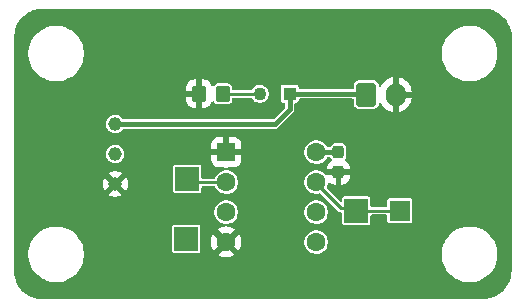
<source format=gbr>
%TF.GenerationSoftware,KiCad,Pcbnew,9.0.6*%
%TF.CreationDate,2025-12-09T16:42:40+01:00*%
%TF.ProjectId,Lumiere,4c756d69-6572-4652-9e6b-696361645f70,rev?*%
%TF.SameCoordinates,Original*%
%TF.FileFunction,Copper,L1,Top*%
%TF.FilePolarity,Positive*%
%FSLAX46Y46*%
G04 Gerber Fmt 4.6, Leading zero omitted, Abs format (unit mm)*
G04 Created by KiCad (PCBNEW 9.0.6) date 2025-12-09 16:42:40*
%MOMM*%
%LPD*%
G01*
G04 APERTURE LIST*
G04 Aperture macros list*
%AMRoundRect*
0 Rectangle with rounded corners*
0 $1 Rounding radius*
0 $2 $3 $4 $5 $6 $7 $8 $9 X,Y pos of 4 corners*
0 Add a 4 corners polygon primitive as box body*
4,1,4,$2,$3,$4,$5,$6,$7,$8,$9,$2,$3,0*
0 Add four circle primitives for the rounded corners*
1,1,$1+$1,$2,$3*
1,1,$1+$1,$4,$5*
1,1,$1+$1,$6,$7*
1,1,$1+$1,$8,$9*
0 Add four rect primitives between the rounded corners*
20,1,$1+$1,$2,$3,$4,$5,0*
20,1,$1+$1,$4,$5,$6,$7,0*
20,1,$1+$1,$6,$7,$8,$9,0*
20,1,$1+$1,$8,$9,$2,$3,0*%
G04 Aperture macros list end*
%TA.AperFunction,ComponentPad*%
%ADD10C,1.150000*%
%TD*%
%TA.AperFunction,ComponentPad*%
%ADD11RoundRect,0.250000X-0.600000X-0.750000X0.600000X-0.750000X0.600000X0.750000X-0.600000X0.750000X0*%
%TD*%
%TA.AperFunction,ComponentPad*%
%ADD12O,1.700000X2.000000*%
%TD*%
%TA.AperFunction,SMDPad,CuDef*%
%ADD13RoundRect,0.237500X0.237500X-0.300000X0.237500X0.300000X-0.237500X0.300000X-0.237500X-0.300000X0*%
%TD*%
%TA.AperFunction,ComponentPad*%
%ADD14RoundRect,0.250000X-0.550000X-0.550000X0.550000X-0.550000X0.550000X0.550000X-0.550000X0.550000X0*%
%TD*%
%TA.AperFunction,ComponentPad*%
%ADD15C,1.600000*%
%TD*%
%TA.AperFunction,ComponentPad*%
%ADD16R,2.000000X2.000000*%
%TD*%
%TA.AperFunction,SMDPad,CuDef*%
%ADD17RoundRect,0.250000X0.350000X0.450000X-0.350000X0.450000X-0.350000X-0.450000X0.350000X-0.450000X0*%
%TD*%
%TA.AperFunction,ComponentPad*%
%ADD18R,1.100000X1.100000*%
%TD*%
%TA.AperFunction,ComponentPad*%
%ADD19C,1.100000*%
%TD*%
%TA.AperFunction,ComponentPad*%
%ADD20R,1.700000X1.700000*%
%TD*%
%TA.AperFunction,ViaPad*%
%ADD21C,1.200000*%
%TD*%
%TA.AperFunction,ViaPad*%
%ADD22C,0.600000*%
%TD*%
%TA.AperFunction,Conductor*%
%ADD23C,0.250000*%
%TD*%
%TA.AperFunction,Conductor*%
%ADD24C,0.400000*%
%TD*%
G04 APERTURE END LIST*
D10*
%TO.P,RVAR1,1,CCW*%
%TO.N,GND*%
X21035000Y-27130000D03*
%TO.P,RVAR1,2,WIPER*%
%TO.N,Vref*%
X21035000Y-24590000D03*
%TO.P,RVAR1,3,CW*%
%TO.N,+5V*%
X21035000Y-22050000D03*
%TD*%
D11*
%TO.P,J8,1,Pin_1*%
%TO.N,+5V*%
X42280000Y-19565000D03*
D12*
%TO.P,J8,2,Pin_2*%
%TO.N,GND*%
X44780000Y-19565000D03*
%TD*%
D13*
%TO.P,C4,1*%
%TO.N,GND*%
X39930000Y-26152500D03*
%TO.P,C4,2*%
%TO.N,+5V*%
X39930000Y-24427500D03*
%TD*%
D14*
%TO.P,U2,1,GND*%
%TO.N,GND*%
X30415000Y-24435000D03*
D15*
%TO.P,U2,2,+*%
%TO.N,Vcap*%
X30415000Y-26975000D03*
%TO.P,U2,3,-*%
%TO.N,Vref*%
X30415000Y-29515000D03*
%TO.P,U2,4,V-*%
%TO.N,GND*%
X30415000Y-32055000D03*
%TO.P,U2,5,BAL*%
%TO.N,unconnected-(U2-BAL-Pad5)*%
X38035000Y-32055000D03*
%TO.P,U2,6,STRB*%
%TO.N,unconnected-(U2-STRB-Pad6)*%
X38035000Y-29515000D03*
%TO.P,U2,7*%
%TO.N,Vs*%
X38035000Y-26975000D03*
%TO.P,U2,8,V+*%
%TO.N,+5V*%
X38035000Y-24435000D03*
%TD*%
D16*
%TO.P,TP11,1,1*%
%TO.N,Vcap*%
X27130000Y-26690000D03*
%TD*%
%TO.P,TP2,1,1*%
%TO.N,Vs*%
X41430000Y-29390000D03*
%TD*%
%TO.P,TP1,1,1*%
%TO.N,Vref*%
X27030000Y-31790000D03*
%TD*%
D17*
%TO.P,R2,1*%
%TO.N,Vcap*%
X30130000Y-19490000D03*
%TO.P,R2,2*%
%TO.N,GND*%
X28130000Y-19490000D03*
%TD*%
D18*
%TO.P,R1,1*%
%TO.N,+5V*%
X35800000Y-19490000D03*
D19*
%TO.P,R1,2*%
%TO.N,Vcap*%
X33260000Y-19490000D03*
%TD*%
D20*
%TO.P,J4,1,Pin_1*%
%TO.N,Vs*%
X45130000Y-29390000D03*
%TD*%
D21*
%TO.N,GND*%
X17030000Y-20090000D03*
X20030000Y-17590000D03*
X45030000Y-26090000D03*
D22*
X18530000Y-35590000D03*
X27530000Y-35590000D03*
D21*
X23030000Y-35590000D03*
X20030000Y-35590000D03*
D22*
X24530000Y-35590000D03*
X21530000Y-35590000D03*
D21*
X29030000Y-35590000D03*
D22*
X42530000Y-35590000D03*
X33530000Y-35590000D03*
X48530000Y-35590000D03*
X39530000Y-35590000D03*
D21*
X32030000Y-35590000D03*
X38030000Y-35590000D03*
D22*
X36530000Y-35590000D03*
D21*
X41030000Y-35590000D03*
X47030000Y-35590000D03*
D22*
X45530000Y-35590000D03*
D21*
X44030000Y-35590000D03*
X26030000Y-35590000D03*
X35030000Y-35590000D03*
D22*
X30530000Y-35590000D03*
X53530000Y-24590000D03*
X53530000Y-21590000D03*
D21*
X53530000Y-20090000D03*
X53530000Y-23090000D03*
X53530000Y-29090000D03*
D22*
X53530000Y-30590000D03*
X53530000Y-18590000D03*
D21*
X53530000Y-26090000D03*
D22*
X53530000Y-27590000D03*
D21*
X18030000Y-29090000D03*
X20030000Y-31590000D03*
X26030000Y-19590000D03*
D22*
X13530000Y-24590000D03*
D21*
X13530000Y-29090000D03*
X13530000Y-26090000D03*
X13530000Y-20090000D03*
D22*
X13530000Y-27590000D03*
X13530000Y-30590000D03*
X13530000Y-18590000D03*
D21*
X13530000Y-23090000D03*
D22*
X13530000Y-21590000D03*
X48530000Y-13590000D03*
X39530000Y-13590000D03*
X45530000Y-13590000D03*
D21*
X38030000Y-13590000D03*
X44030000Y-13590000D03*
D22*
X42530000Y-13590000D03*
D21*
X47030000Y-13590000D03*
X41030000Y-13590000D03*
X32030000Y-13590000D03*
X35030000Y-13590000D03*
D22*
X36530000Y-13590000D03*
X33530000Y-13590000D03*
D21*
X29030000Y-13590000D03*
D22*
X30530000Y-13590000D03*
D21*
X23030000Y-13590000D03*
X26030000Y-13590000D03*
D22*
X27530000Y-13590000D03*
X24530000Y-13590000D03*
D21*
X20030000Y-13590000D03*
D22*
X18530000Y-13590000D03*
X21530000Y-13590000D03*
%TD*%
D23*
%TO.N,Vcap*%
X30390000Y-27000000D02*
X30415000Y-26975000D01*
X27440000Y-27000000D02*
X30390000Y-27000000D01*
X27130000Y-26690000D02*
X27440000Y-27000000D01*
D24*
%TO.N,+5V*%
X42205000Y-19490000D02*
X35800000Y-19490000D01*
X42280000Y-19565000D02*
X42205000Y-19490000D01*
X42280000Y-19340000D02*
X42280000Y-19565000D01*
X42030000Y-19090000D02*
X42280000Y-19340000D01*
X35800000Y-20820000D02*
X35800000Y-19490000D01*
X34570000Y-22050000D02*
X35800000Y-20820000D01*
X21035000Y-22050000D02*
X34570000Y-22050000D01*
D23*
%TO.N,Vs*%
X40103300Y-29163300D02*
X38035000Y-27095000D01*
X38035000Y-27095000D02*
X38035000Y-26975000D01*
X41203300Y-29163300D02*
X40103300Y-29163300D01*
X41430000Y-29390000D02*
X41203300Y-29163300D01*
%TO.N,Vcap*%
X33260000Y-19490000D02*
X30130000Y-19490000D01*
D24*
%TO.N,+5V*%
X39922500Y-24435000D02*
X39930000Y-24427500D01*
X38035000Y-24435000D02*
X39922500Y-24435000D01*
D23*
%TO.N,Vs*%
X45130000Y-29390000D02*
X41430000Y-29390000D01*
%TD*%
%TA.AperFunction,Conductor*%
%TO.N,GND*%
G36*
X52128790Y-12290502D02*
G01*
X52128811Y-12290500D01*
X52141577Y-12290505D01*
X52142760Y-12290978D01*
X52179673Y-12290521D01*
X52180457Y-12290522D01*
X52186384Y-12290666D01*
X52465155Y-12304175D01*
X52480103Y-12305815D01*
X52751432Y-12352393D01*
X52766061Y-12355829D01*
X53029774Y-12434983D01*
X53043874Y-12440169D01*
X53296012Y-12550709D01*
X53309394Y-12557574D01*
X53546259Y-12697877D01*
X53558727Y-12706327D01*
X53579245Y-12722131D01*
X53776812Y-12874311D01*
X53788165Y-12884211D01*
X53984270Y-13077412D01*
X53994337Y-13088615D01*
X54165561Y-13304171D01*
X54174193Y-13316509D01*
X54318002Y-13551232D01*
X54325079Y-13564534D01*
X54439364Y-13814980D01*
X54444774Y-13829042D01*
X54527834Y-14091480D01*
X54531500Y-14106095D01*
X54582121Y-14376690D01*
X54583986Y-14391642D01*
X54601600Y-14669339D01*
X54601849Y-14677293D01*
X54585152Y-34488429D01*
X54584831Y-34497245D01*
X54564811Y-34774801D01*
X54562860Y-34789507D01*
X54510385Y-35059862D01*
X54506693Y-35074230D01*
X54422302Y-35336403D01*
X54416920Y-35350226D01*
X54301829Y-35600436D01*
X54294834Y-35613519D01*
X54150688Y-35848191D01*
X54142182Y-35860344D01*
X53971040Y-36076126D01*
X53961143Y-36087177D01*
X53765452Y-36280983D01*
X53754306Y-36290772D01*
X53536883Y-36459811D01*
X53524648Y-36468200D01*
X53288583Y-36610073D01*
X53275433Y-36616940D01*
X53024120Y-36729604D01*
X53010245Y-36734852D01*
X52747274Y-36816698D01*
X52732871Y-36820251D01*
X52462014Y-36870107D01*
X52447291Y-36871915D01*
X52169388Y-36889259D01*
X52161664Y-36889500D01*
X14822581Y-36889500D01*
X14813635Y-36889177D01*
X14540612Y-36869428D01*
X14525910Y-36867475D01*
X14259912Y-36815798D01*
X14245547Y-36812104D01*
X13987612Y-36729033D01*
X13973792Y-36723650D01*
X13727624Y-36610379D01*
X13714545Y-36603384D01*
X13483669Y-36461535D01*
X13471519Y-36453029D01*
X13259220Y-36284620D01*
X13248176Y-36274728D01*
X13057503Y-36082175D01*
X13047732Y-36071051D01*
X12881401Y-35857095D01*
X12873022Y-35844871D01*
X12832912Y-35778129D01*
X12733435Y-35612600D01*
X12726572Y-35599458D01*
X12711816Y-35566544D01*
X12615720Y-35352188D01*
X12610474Y-35338318D01*
X12590281Y-35273446D01*
X12529938Y-35079582D01*
X12526386Y-35065186D01*
X12523324Y-35048558D01*
X12477320Y-34798695D01*
X12475511Y-34783974D01*
X12474938Y-34774801D01*
X12458410Y-34510265D01*
X12458170Y-34502376D01*
X12458178Y-34497245D01*
X12460346Y-32935946D01*
X13679500Y-32935946D01*
X13679500Y-33244053D01*
X13679501Y-33244069D01*
X13719717Y-33549542D01*
X13799464Y-33847162D01*
X13917376Y-34131826D01*
X13917381Y-34131837D01*
X14010014Y-34292280D01*
X14071438Y-34398670D01*
X14071440Y-34398673D01*
X14071441Y-34398674D01*
X14259007Y-34643115D01*
X14259013Y-34643122D01*
X14476877Y-34860986D01*
X14476883Y-34860991D01*
X14721330Y-35048562D01*
X14892830Y-35147578D01*
X14988162Y-35202618D01*
X14988167Y-35202620D01*
X14988170Y-35202622D01*
X15272836Y-35320535D01*
X15570456Y-35400282D01*
X15875940Y-35440500D01*
X15875947Y-35440500D01*
X16184053Y-35440500D01*
X16184060Y-35440500D01*
X16489544Y-35400282D01*
X16787164Y-35320535D01*
X17071830Y-35202622D01*
X17338670Y-35048562D01*
X17583117Y-34860991D01*
X17800991Y-34643117D01*
X17988562Y-34398670D01*
X18142622Y-34131830D01*
X18260535Y-33847164D01*
X18340282Y-33549544D01*
X18380500Y-33244060D01*
X18380500Y-32935940D01*
X18340282Y-32630456D01*
X18260535Y-32332836D01*
X18142622Y-32048170D01*
X18142620Y-32048167D01*
X18142618Y-32048162D01*
X18057426Y-31900606D01*
X17988562Y-31781330D01*
X17911188Y-31680494D01*
X17800992Y-31536884D01*
X17800986Y-31536877D01*
X17583122Y-31319013D01*
X17583115Y-31319007D01*
X17338674Y-31131441D01*
X17338673Y-31131440D01*
X17338670Y-31131438D01*
X17232280Y-31070014D01*
X17071837Y-30977381D01*
X17071826Y-30977376D01*
X16958086Y-30930263D01*
X16787164Y-30859465D01*
X16787165Y-30859465D01*
X16787162Y-30859464D01*
X16489542Y-30779717D01*
X16417610Y-30770247D01*
X25829500Y-30770247D01*
X25829500Y-32809752D01*
X25841131Y-32868229D01*
X25841132Y-32868230D01*
X25885447Y-32934552D01*
X25951769Y-32978867D01*
X25951770Y-32978868D01*
X26010247Y-32990499D01*
X26010250Y-32990500D01*
X26010252Y-32990500D01*
X28049750Y-32990500D01*
X28049751Y-32990499D01*
X28064568Y-32987552D01*
X28108229Y-32978868D01*
X28108229Y-32978867D01*
X28108231Y-32978867D01*
X28174552Y-32934552D01*
X28218867Y-32868231D01*
X28218867Y-32868229D01*
X28218868Y-32868229D01*
X28230499Y-32809752D01*
X28230500Y-32809750D01*
X28230500Y-31952682D01*
X29115000Y-31952682D01*
X29115000Y-32157317D01*
X29147009Y-32359417D01*
X29210244Y-32554031D01*
X29303141Y-32736350D01*
X29303147Y-32736359D01*
X29335523Y-32780921D01*
X29335524Y-32780922D01*
X30015000Y-32101446D01*
X30015000Y-32107661D01*
X30042259Y-32209394D01*
X30094920Y-32300606D01*
X30169394Y-32375080D01*
X30260606Y-32427741D01*
X30362339Y-32455000D01*
X30368553Y-32455000D01*
X29689076Y-33134474D01*
X29733650Y-33166859D01*
X29915968Y-33259755D01*
X30110582Y-33322990D01*
X30312683Y-33355000D01*
X30517317Y-33355000D01*
X30719417Y-33322990D01*
X30914031Y-33259755D01*
X31096349Y-33166859D01*
X31140921Y-33134474D01*
X30461447Y-32455000D01*
X30467661Y-32455000D01*
X30569394Y-32427741D01*
X30660606Y-32375080D01*
X30735080Y-32300606D01*
X30787741Y-32209394D01*
X30815000Y-32107661D01*
X30815000Y-32101447D01*
X31494474Y-32780921D01*
X31526859Y-32736349D01*
X31619755Y-32554031D01*
X31682990Y-32359417D01*
X31715000Y-32157317D01*
X31715000Y-32153543D01*
X37034499Y-32153543D01*
X37072947Y-32346829D01*
X37072950Y-32346839D01*
X37148364Y-32528907D01*
X37148371Y-32528920D01*
X37257860Y-32692781D01*
X37257863Y-32692785D01*
X37397214Y-32832136D01*
X37397218Y-32832139D01*
X37561079Y-32941628D01*
X37561092Y-32941635D01*
X37743160Y-33017049D01*
X37743165Y-33017051D01*
X37743169Y-33017051D01*
X37743170Y-33017052D01*
X37936456Y-33055500D01*
X37936459Y-33055500D01*
X38133543Y-33055500D01*
X38263582Y-33029632D01*
X38326835Y-33017051D01*
X38508914Y-32941632D01*
X38517424Y-32935946D01*
X48679500Y-32935946D01*
X48679500Y-33244053D01*
X48679501Y-33244069D01*
X48719717Y-33549542D01*
X48799464Y-33847162D01*
X48917376Y-34131826D01*
X48917381Y-34131837D01*
X49010014Y-34292280D01*
X49071438Y-34398670D01*
X49071440Y-34398673D01*
X49071441Y-34398674D01*
X49259007Y-34643115D01*
X49259013Y-34643122D01*
X49476877Y-34860986D01*
X49476883Y-34860991D01*
X49721330Y-35048562D01*
X49892830Y-35147578D01*
X49988162Y-35202618D01*
X49988167Y-35202620D01*
X49988170Y-35202622D01*
X50272836Y-35320535D01*
X50570456Y-35400282D01*
X50875940Y-35440500D01*
X50875947Y-35440500D01*
X51184053Y-35440500D01*
X51184060Y-35440500D01*
X51489544Y-35400282D01*
X51787164Y-35320535D01*
X52071830Y-35202622D01*
X52338670Y-35048562D01*
X52583117Y-34860991D01*
X52800991Y-34643117D01*
X52988562Y-34398670D01*
X53142622Y-34131830D01*
X53260535Y-33847164D01*
X53340282Y-33549544D01*
X53380500Y-33244060D01*
X53380500Y-32935940D01*
X53340282Y-32630456D01*
X53260535Y-32332836D01*
X53142622Y-32048170D01*
X53142620Y-32048167D01*
X53142618Y-32048162D01*
X53057426Y-31900606D01*
X52988562Y-31781330D01*
X52911188Y-31680494D01*
X52800992Y-31536884D01*
X52800986Y-31536877D01*
X52583122Y-31319013D01*
X52583115Y-31319007D01*
X52338674Y-31131441D01*
X52338673Y-31131440D01*
X52338670Y-31131438D01*
X52232280Y-31070014D01*
X52071837Y-30977381D01*
X52071826Y-30977376D01*
X51787162Y-30859464D01*
X51489542Y-30779717D01*
X51184069Y-30739501D01*
X51184066Y-30739500D01*
X51184060Y-30739500D01*
X50875940Y-30739500D01*
X50875934Y-30739500D01*
X50875930Y-30739501D01*
X50570457Y-30779717D01*
X50272837Y-30859464D01*
X49988173Y-30977376D01*
X49988162Y-30977381D01*
X49721325Y-31131441D01*
X49476884Y-31319007D01*
X49476877Y-31319013D01*
X49259013Y-31536877D01*
X49259007Y-31536884D01*
X49071441Y-31781325D01*
X48917381Y-32048162D01*
X48917376Y-32048173D01*
X48799464Y-32332837D01*
X48719717Y-32630457D01*
X48679501Y-32935930D01*
X48679500Y-32935946D01*
X38517424Y-32935946D01*
X38672782Y-32832139D01*
X38812139Y-32692782D01*
X38921632Y-32528914D01*
X38997051Y-32346835D01*
X39035500Y-32153541D01*
X39035500Y-31956459D01*
X39035500Y-31956456D01*
X38997052Y-31763170D01*
X38997051Y-31763169D01*
X38997051Y-31763165D01*
X38985352Y-31734920D01*
X38921635Y-31581092D01*
X38921628Y-31581079D01*
X38812139Y-31417218D01*
X38812136Y-31417214D01*
X38672785Y-31277863D01*
X38672781Y-31277860D01*
X38508920Y-31168371D01*
X38508907Y-31168364D01*
X38326839Y-31092950D01*
X38326829Y-31092947D01*
X38133543Y-31054500D01*
X38133541Y-31054500D01*
X37936459Y-31054500D01*
X37936457Y-31054500D01*
X37743170Y-31092947D01*
X37743160Y-31092950D01*
X37561092Y-31168364D01*
X37561079Y-31168371D01*
X37397218Y-31277860D01*
X37397214Y-31277863D01*
X37257863Y-31417214D01*
X37257860Y-31417218D01*
X37148371Y-31581079D01*
X37148364Y-31581092D01*
X37072950Y-31763160D01*
X37072947Y-31763170D01*
X37034500Y-31956456D01*
X37034500Y-31956459D01*
X37034500Y-32153541D01*
X37034500Y-32153543D01*
X37034499Y-32153543D01*
X31715000Y-32153543D01*
X31715000Y-31952682D01*
X31682990Y-31750582D01*
X31619755Y-31555968D01*
X31526859Y-31373650D01*
X31494474Y-31329077D01*
X31494474Y-31329076D01*
X30815000Y-32008551D01*
X30815000Y-32002339D01*
X30787741Y-31900606D01*
X30735080Y-31809394D01*
X30660606Y-31734920D01*
X30569394Y-31682259D01*
X30467661Y-31655000D01*
X30461446Y-31655000D01*
X31140922Y-30975524D01*
X31140921Y-30975523D01*
X31096359Y-30943147D01*
X31096350Y-30943141D01*
X30914031Y-30850244D01*
X30719417Y-30787009D01*
X30530731Y-30757124D01*
X30467596Y-30727194D01*
X30430665Y-30667883D01*
X30431663Y-30598020D01*
X30470273Y-30539788D01*
X30525938Y-30513034D01*
X30706835Y-30477051D01*
X30847655Y-30418721D01*
X30888907Y-30401635D01*
X30888907Y-30401634D01*
X30888914Y-30401632D01*
X31052782Y-30292139D01*
X31192139Y-30152782D01*
X31301632Y-29988914D01*
X31377051Y-29806835D01*
X31415500Y-29613543D01*
X37034499Y-29613543D01*
X37072947Y-29806829D01*
X37072950Y-29806839D01*
X37148364Y-29988907D01*
X37148371Y-29988920D01*
X37257860Y-30152781D01*
X37257863Y-30152785D01*
X37397214Y-30292136D01*
X37397218Y-30292139D01*
X37561079Y-30401628D01*
X37561092Y-30401635D01*
X37721869Y-30468230D01*
X37743165Y-30477051D01*
X37743169Y-30477051D01*
X37743170Y-30477052D01*
X37936456Y-30515500D01*
X37936459Y-30515500D01*
X38133543Y-30515500D01*
X38263582Y-30489632D01*
X38326835Y-30477051D01*
X38467655Y-30418721D01*
X38508907Y-30401635D01*
X38508907Y-30401634D01*
X38508914Y-30401632D01*
X38672782Y-30292139D01*
X38812139Y-30152782D01*
X38921632Y-29988914D01*
X38997051Y-29806835D01*
X39035500Y-29613541D01*
X39035500Y-29416459D01*
X39035500Y-29416456D01*
X38997052Y-29223170D01*
X38997051Y-29223169D01*
X38997051Y-29223165D01*
X38997049Y-29223160D01*
X38921635Y-29041092D01*
X38921628Y-29041079D01*
X38812139Y-28877218D01*
X38812136Y-28877214D01*
X38672785Y-28737863D01*
X38672781Y-28737860D01*
X38508920Y-28628371D01*
X38508907Y-28628364D01*
X38326839Y-28552950D01*
X38326829Y-28552947D01*
X38133543Y-28514500D01*
X38133541Y-28514500D01*
X37936459Y-28514500D01*
X37936457Y-28514500D01*
X37743170Y-28552947D01*
X37743160Y-28552950D01*
X37561092Y-28628364D01*
X37561079Y-28628371D01*
X37397218Y-28737860D01*
X37397214Y-28737863D01*
X37257863Y-28877214D01*
X37257860Y-28877218D01*
X37148371Y-29041079D01*
X37148364Y-29041092D01*
X37072950Y-29223160D01*
X37072947Y-29223170D01*
X37034500Y-29416456D01*
X37034500Y-29416459D01*
X37034500Y-29613541D01*
X37034500Y-29613543D01*
X37034499Y-29613543D01*
X31415500Y-29613543D01*
X31415500Y-29613541D01*
X31415500Y-29416459D01*
X31415500Y-29416456D01*
X31377052Y-29223170D01*
X31377051Y-29223169D01*
X31377051Y-29223165D01*
X31377049Y-29223160D01*
X31301635Y-29041092D01*
X31301628Y-29041079D01*
X31192139Y-28877218D01*
X31192136Y-28877214D01*
X31052785Y-28737863D01*
X31052781Y-28737860D01*
X30888920Y-28628371D01*
X30888907Y-28628364D01*
X30706839Y-28552950D01*
X30706829Y-28552947D01*
X30513543Y-28514500D01*
X30513541Y-28514500D01*
X30316459Y-28514500D01*
X30316457Y-28514500D01*
X30123170Y-28552947D01*
X30123160Y-28552950D01*
X29941092Y-28628364D01*
X29941079Y-28628371D01*
X29777218Y-28737860D01*
X29777214Y-28737863D01*
X29637863Y-28877214D01*
X29637860Y-28877218D01*
X29528371Y-29041079D01*
X29528364Y-29041092D01*
X29452950Y-29223160D01*
X29452947Y-29223170D01*
X29414500Y-29416456D01*
X29414500Y-29416459D01*
X29414500Y-29613541D01*
X29414500Y-29613543D01*
X29414499Y-29613543D01*
X29452947Y-29806829D01*
X29452950Y-29806839D01*
X29528364Y-29988907D01*
X29528371Y-29988920D01*
X29637860Y-30152781D01*
X29637863Y-30152785D01*
X29777214Y-30292136D01*
X29777218Y-30292139D01*
X29941079Y-30401628D01*
X29941092Y-30401635D01*
X30101869Y-30468230D01*
X30123165Y-30477051D01*
X30255674Y-30503409D01*
X30304061Y-30513034D01*
X30365972Y-30545419D01*
X30400546Y-30606134D01*
X30396807Y-30675904D01*
X30355940Y-30732576D01*
X30299269Y-30757124D01*
X30110581Y-30787010D01*
X29915968Y-30850244D01*
X29733644Y-30943143D01*
X29689077Y-30975523D01*
X29689077Y-30975524D01*
X30368554Y-31655000D01*
X30362339Y-31655000D01*
X30260606Y-31682259D01*
X30169394Y-31734920D01*
X30094920Y-31809394D01*
X30042259Y-31900606D01*
X30015000Y-32002339D01*
X30015000Y-32008553D01*
X29335524Y-31329077D01*
X29335523Y-31329077D01*
X29303143Y-31373644D01*
X29210244Y-31555968D01*
X29147009Y-31750582D01*
X29115000Y-31952682D01*
X28230500Y-31952682D01*
X28230500Y-30770249D01*
X28230499Y-30770247D01*
X28218868Y-30711770D01*
X28218867Y-30711769D01*
X28174552Y-30645447D01*
X28108230Y-30601132D01*
X28108229Y-30601131D01*
X28049752Y-30589500D01*
X28049748Y-30589500D01*
X26010252Y-30589500D01*
X26010247Y-30589500D01*
X25951770Y-30601131D01*
X25951769Y-30601132D01*
X25885447Y-30645447D01*
X25841132Y-30711769D01*
X25841131Y-30711770D01*
X25829500Y-30770247D01*
X16417610Y-30770247D01*
X16184069Y-30739501D01*
X16184066Y-30739500D01*
X16184060Y-30739500D01*
X15875940Y-30739500D01*
X15875934Y-30739500D01*
X15875930Y-30739501D01*
X15570457Y-30779717D01*
X15272837Y-30859464D01*
X14988173Y-30977376D01*
X14988162Y-30977381D01*
X14721325Y-31131441D01*
X14476884Y-31319007D01*
X14476877Y-31319013D01*
X14259013Y-31536877D01*
X14259007Y-31536884D01*
X14071441Y-31781325D01*
X13917381Y-32048162D01*
X13917376Y-32048173D01*
X13799464Y-32332837D01*
X13719717Y-32630457D01*
X13679501Y-32935930D01*
X13679500Y-32935946D01*
X12460346Y-32935946D01*
X12468525Y-27045390D01*
X19960000Y-27045390D01*
X19960000Y-27214609D01*
X19986469Y-27381726D01*
X20038760Y-27542659D01*
X20115580Y-27693427D01*
X20116606Y-27694838D01*
X20116607Y-27694839D01*
X20680000Y-27131446D01*
X20680000Y-27176737D01*
X20704193Y-27267025D01*
X20750930Y-27347975D01*
X20817025Y-27414070D01*
X20897975Y-27460807D01*
X20988263Y-27485000D01*
X21033553Y-27485000D01*
X20470159Y-28048391D01*
X20471578Y-28049422D01*
X20622340Y-28126239D01*
X20783273Y-28178530D01*
X20950391Y-28205000D01*
X21119609Y-28205000D01*
X21286726Y-28178530D01*
X21447659Y-28126239D01*
X21598424Y-28049420D01*
X21599839Y-28048391D01*
X21036448Y-27485000D01*
X21081737Y-27485000D01*
X21172025Y-27460807D01*
X21252975Y-27414070D01*
X21319070Y-27347975D01*
X21365807Y-27267025D01*
X21390000Y-27176737D01*
X21390000Y-27131448D01*
X21953391Y-27694839D01*
X21954420Y-27693424D01*
X22031239Y-27542659D01*
X22083530Y-27381726D01*
X22110000Y-27214609D01*
X22110000Y-27045390D01*
X22083530Y-26878273D01*
X22031239Y-26717340D01*
X21954422Y-26566578D01*
X21953391Y-26565159D01*
X21390000Y-27128551D01*
X21390000Y-27083263D01*
X21365807Y-26992975D01*
X21319070Y-26912025D01*
X21252975Y-26845930D01*
X21172025Y-26799193D01*
X21081737Y-26775000D01*
X21036447Y-26775000D01*
X21599839Y-26211607D01*
X21599838Y-26211606D01*
X21598427Y-26210580D01*
X21447659Y-26133760D01*
X21286726Y-26081469D01*
X21119609Y-26055000D01*
X20950391Y-26055000D01*
X20783273Y-26081469D01*
X20622340Y-26133760D01*
X20471575Y-26210579D01*
X20471572Y-26210581D01*
X20470160Y-26211606D01*
X20470160Y-26211607D01*
X21033554Y-26775000D01*
X20988263Y-26775000D01*
X20897975Y-26799193D01*
X20817025Y-26845930D01*
X20750930Y-26912025D01*
X20704193Y-26992975D01*
X20680000Y-27083263D01*
X20680000Y-27128553D01*
X20116607Y-26565160D01*
X20116606Y-26565160D01*
X20115581Y-26566572D01*
X20115579Y-26566575D01*
X20038760Y-26717340D01*
X19986469Y-26878273D01*
X19960000Y-27045390D01*
X12468525Y-27045390D01*
X12470434Y-25670247D01*
X25929500Y-25670247D01*
X25929500Y-27709752D01*
X25941131Y-27768229D01*
X25941132Y-27768230D01*
X25985447Y-27834552D01*
X26051769Y-27878867D01*
X26051770Y-27878868D01*
X26110247Y-27890499D01*
X26110250Y-27890500D01*
X26110252Y-27890500D01*
X28149750Y-27890500D01*
X28149751Y-27890499D01*
X28164568Y-27887552D01*
X28208229Y-27878868D01*
X28208229Y-27878867D01*
X28208231Y-27878867D01*
X28274552Y-27834552D01*
X28318867Y-27768231D01*
X28318867Y-27768229D01*
X28318868Y-27768229D01*
X28330499Y-27709752D01*
X28330500Y-27709750D01*
X28330500Y-27449500D01*
X28350185Y-27382461D01*
X28402989Y-27336706D01*
X28454500Y-27325500D01*
X29394395Y-27325500D01*
X29461434Y-27345185D01*
X29507189Y-27397989D01*
X29508939Y-27402009D01*
X29525051Y-27440906D01*
X29528367Y-27448912D01*
X29528371Y-27448919D01*
X29637860Y-27612782D01*
X29777214Y-27752136D01*
X29777218Y-27752139D01*
X29941079Y-27861628D01*
X29941092Y-27861635D01*
X30059603Y-27910723D01*
X30123165Y-27937051D01*
X30123169Y-27937051D01*
X30123170Y-27937052D01*
X30316456Y-27975500D01*
X30316459Y-27975500D01*
X30513543Y-27975500D01*
X30643582Y-27949632D01*
X30706835Y-27937051D01*
X30888914Y-27861632D01*
X31052782Y-27752139D01*
X31192139Y-27612782D01*
X31301632Y-27448914D01*
X31377051Y-27266835D01*
X31394973Y-27176737D01*
X31415500Y-27073543D01*
X37034499Y-27073543D01*
X37072947Y-27266829D01*
X37072950Y-27266839D01*
X37148364Y-27448907D01*
X37148371Y-27448920D01*
X37257860Y-27612781D01*
X37257863Y-27612785D01*
X37397214Y-27752136D01*
X37397218Y-27752139D01*
X37561079Y-27861628D01*
X37561092Y-27861635D01*
X37679603Y-27910723D01*
X37743165Y-27937051D01*
X37743169Y-27937051D01*
X37743170Y-27937052D01*
X37936456Y-27975500D01*
X37936459Y-27975500D01*
X38133543Y-27975500D01*
X38332809Y-27935863D01*
X38333160Y-27937629D01*
X38394542Y-27937079D01*
X38448357Y-27968684D01*
X39903438Y-29423765D01*
X39977661Y-29466618D01*
X40060447Y-29488800D01*
X40105500Y-29488800D01*
X40172539Y-29508485D01*
X40218294Y-29561289D01*
X40229500Y-29612800D01*
X40229500Y-30409752D01*
X40241131Y-30468229D01*
X40241132Y-30468230D01*
X40285447Y-30534552D01*
X40351769Y-30578867D01*
X40351770Y-30578868D01*
X40410247Y-30590499D01*
X40410250Y-30590500D01*
X40410252Y-30590500D01*
X42449750Y-30590500D01*
X42449751Y-30590499D01*
X42464568Y-30587552D01*
X42508229Y-30578868D01*
X42508229Y-30578867D01*
X42508231Y-30578867D01*
X42574552Y-30534552D01*
X42618867Y-30468231D01*
X42618867Y-30468229D01*
X42618868Y-30468229D01*
X42630499Y-30409752D01*
X42630500Y-30409750D01*
X42630500Y-29839500D01*
X42650185Y-29772461D01*
X42702989Y-29726706D01*
X42754500Y-29715500D01*
X43955500Y-29715500D01*
X44022539Y-29735185D01*
X44068294Y-29787989D01*
X44079500Y-29839500D01*
X44079500Y-30259752D01*
X44091131Y-30318229D01*
X44091132Y-30318230D01*
X44135447Y-30384552D01*
X44201769Y-30428867D01*
X44201770Y-30428868D01*
X44260247Y-30440499D01*
X44260250Y-30440500D01*
X44260252Y-30440500D01*
X45999750Y-30440500D01*
X45999751Y-30440499D01*
X46014568Y-30437552D01*
X46058229Y-30428868D01*
X46058229Y-30428867D01*
X46058231Y-30428867D01*
X46124552Y-30384552D01*
X46168867Y-30318231D01*
X46168867Y-30318229D01*
X46168868Y-30318229D01*
X46180499Y-30259752D01*
X46180500Y-30259750D01*
X46180500Y-28520249D01*
X46180499Y-28520247D01*
X46168868Y-28461770D01*
X46168867Y-28461769D01*
X46124552Y-28395447D01*
X46058230Y-28351132D01*
X46058229Y-28351131D01*
X45999752Y-28339500D01*
X45999748Y-28339500D01*
X44260252Y-28339500D01*
X44260247Y-28339500D01*
X44201770Y-28351131D01*
X44201769Y-28351132D01*
X44135447Y-28395447D01*
X44091132Y-28461769D01*
X44091131Y-28461770D01*
X44079500Y-28520247D01*
X44079500Y-28940500D01*
X44059815Y-29007539D01*
X44007011Y-29053294D01*
X43955500Y-29064500D01*
X42754500Y-29064500D01*
X42687461Y-29044815D01*
X42641706Y-28992011D01*
X42630500Y-28940500D01*
X42630500Y-28370249D01*
X42630499Y-28370247D01*
X42618868Y-28311770D01*
X42618867Y-28311769D01*
X42574552Y-28245447D01*
X42508230Y-28201132D01*
X42508229Y-28201131D01*
X42449752Y-28189500D01*
X42449748Y-28189500D01*
X40410252Y-28189500D01*
X40410247Y-28189500D01*
X40351770Y-28201131D01*
X40351769Y-28201132D01*
X40285447Y-28245447D01*
X40241132Y-28311769D01*
X40241131Y-28311770D01*
X40229500Y-28370247D01*
X40229500Y-28529811D01*
X40209815Y-28596850D01*
X40157011Y-28642605D01*
X40087853Y-28652549D01*
X40024297Y-28623524D01*
X40017819Y-28617492D01*
X38959016Y-27558689D01*
X38925531Y-27497366D01*
X38930515Y-27427674D01*
X38932136Y-27423556D01*
X38997049Y-27266839D01*
X38997051Y-27266835D01*
X39029293Y-27104744D01*
X39061678Y-27042834D01*
X39122393Y-27008260D01*
X39192163Y-27011999D01*
X39227824Y-27031673D01*
X39231963Y-27034946D01*
X39378688Y-27125448D01*
X39378699Y-27125453D01*
X39542347Y-27179680D01*
X39643352Y-27189999D01*
X39680000Y-27189999D01*
X40180000Y-27189999D01*
X40216640Y-27189999D01*
X40216654Y-27189998D01*
X40317652Y-27179680D01*
X40481300Y-27125453D01*
X40481311Y-27125448D01*
X40628034Y-27034947D01*
X40628038Y-27034944D01*
X40749944Y-26913038D01*
X40749947Y-26913034D01*
X40840448Y-26766311D01*
X40840453Y-26766300D01*
X40894680Y-26602652D01*
X40904999Y-26501654D01*
X40905000Y-26501641D01*
X40905000Y-26402500D01*
X40180000Y-26402500D01*
X40180000Y-27189999D01*
X39680000Y-27189999D01*
X39680000Y-26402500D01*
X38922039Y-26402500D01*
X38855000Y-26382815D01*
X38818938Y-26347392D01*
X38812141Y-26337220D01*
X38812136Y-26337214D01*
X38672785Y-26197863D01*
X38672781Y-26197860D01*
X38508920Y-26088371D01*
X38508907Y-26088364D01*
X38326839Y-26012950D01*
X38326829Y-26012947D01*
X38133543Y-25974500D01*
X38133541Y-25974500D01*
X37936459Y-25974500D01*
X37936457Y-25974500D01*
X37743170Y-26012947D01*
X37743160Y-26012950D01*
X37561092Y-26088364D01*
X37561079Y-26088371D01*
X37397218Y-26197860D01*
X37397214Y-26197863D01*
X37257863Y-26337214D01*
X37257860Y-26337218D01*
X37148371Y-26501079D01*
X37148364Y-26501092D01*
X37072950Y-26683160D01*
X37072947Y-26683170D01*
X37034500Y-26876456D01*
X37034500Y-26876459D01*
X37034500Y-27073541D01*
X37034500Y-27073543D01*
X37034499Y-27073543D01*
X31415500Y-27073543D01*
X31415500Y-26876456D01*
X31377052Y-26683170D01*
X31377051Y-26683169D01*
X31377051Y-26683165D01*
X31341755Y-26597952D01*
X31301635Y-26501092D01*
X31301628Y-26501079D01*
X31192139Y-26337218D01*
X31192136Y-26337214D01*
X31052785Y-26197863D01*
X31052781Y-26197860D01*
X30888920Y-26088371D01*
X30888907Y-26088364D01*
X30706839Y-26012950D01*
X30706829Y-26012947D01*
X30544292Y-25980616D01*
X30482381Y-25948231D01*
X30447807Y-25887515D01*
X30451547Y-25817745D01*
X30492414Y-25761074D01*
X30557432Y-25735492D01*
X30568484Y-25734999D01*
X31014971Y-25734999D01*
X31014987Y-25734998D01*
X31117697Y-25724505D01*
X31284119Y-25669358D01*
X31284124Y-25669356D01*
X31433345Y-25577315D01*
X31557315Y-25453345D01*
X31649356Y-25304124D01*
X31649358Y-25304119D01*
X31704505Y-25137697D01*
X31704506Y-25137690D01*
X31714999Y-25034986D01*
X31715000Y-25034973D01*
X31715000Y-24685000D01*
X30730686Y-24685000D01*
X30735080Y-24680606D01*
X30787741Y-24589394D01*
X30802706Y-24533543D01*
X37034499Y-24533543D01*
X37072947Y-24726829D01*
X37072950Y-24726839D01*
X37148364Y-24908907D01*
X37148371Y-24908920D01*
X37257860Y-25072781D01*
X37257863Y-25072785D01*
X37397214Y-25212136D01*
X37397218Y-25212139D01*
X37561079Y-25321628D01*
X37561092Y-25321635D01*
X37730886Y-25391965D01*
X37743165Y-25397051D01*
X37743169Y-25397051D01*
X37743170Y-25397052D01*
X37936456Y-25435500D01*
X37936459Y-25435500D01*
X38133543Y-25435500D01*
X38263582Y-25409632D01*
X38326835Y-25397051D01*
X38508914Y-25321632D01*
X38672782Y-25212139D01*
X38812139Y-25072782D01*
X38921632Y-24908914D01*
X38921634Y-24908907D01*
X38924502Y-24903544D01*
X38926381Y-24904548D01*
X38932873Y-24896489D01*
X38941182Y-24878297D01*
X38954344Y-24869838D01*
X38964159Y-24857655D01*
X38983134Y-24851336D01*
X38999960Y-24840523D01*
X39027495Y-24836563D01*
X39030450Y-24835580D01*
X39034895Y-24835500D01*
X39178269Y-24835500D01*
X39245308Y-24855185D01*
X39291063Y-24907989D01*
X39295304Y-24918530D01*
X39300884Y-24934474D01*
X39300884Y-24934475D01*
X39369494Y-25027439D01*
X39393464Y-25093068D01*
X39378148Y-25161238D01*
X39334821Y-25206610D01*
X39231962Y-25270054D01*
X39110055Y-25391961D01*
X39110052Y-25391965D01*
X39019551Y-25538688D01*
X39019546Y-25538699D01*
X38965319Y-25702347D01*
X38955000Y-25803345D01*
X38955000Y-25902500D01*
X40904999Y-25902500D01*
X40904999Y-25803360D01*
X40904998Y-25803345D01*
X40894680Y-25702347D01*
X40840453Y-25538699D01*
X40840448Y-25538688D01*
X40749947Y-25391965D01*
X40749944Y-25391961D01*
X40628038Y-25270055D01*
X40628034Y-25270052D01*
X40525179Y-25206610D01*
X40478454Y-25154662D01*
X40467233Y-25085700D01*
X40490506Y-25027439D01*
X40559116Y-24934475D01*
X40602725Y-24809849D01*
X40605500Y-24780256D01*
X40605500Y-24074744D01*
X40604329Y-24062259D01*
X40602725Y-24045150D01*
X40573633Y-23962011D01*
X40559116Y-23920525D01*
X40559113Y-23920521D01*
X40480711Y-23814289D01*
X40480710Y-23814288D01*
X40374476Y-23735884D01*
X40249848Y-23692274D01*
X40249849Y-23692274D01*
X40220260Y-23689500D01*
X40220256Y-23689500D01*
X39639744Y-23689500D01*
X39639740Y-23689500D01*
X39610150Y-23692274D01*
X39485523Y-23735884D01*
X39379289Y-23814288D01*
X39379288Y-23814289D01*
X39300886Y-23920521D01*
X39300885Y-23920523D01*
X39300884Y-23920525D01*
X39290060Y-23951457D01*
X39276440Y-23970446D01*
X39266733Y-23991703D01*
X39256458Y-23998305D01*
X39249340Y-24008231D01*
X39227613Y-24016843D01*
X39207955Y-24029477D01*
X39188790Y-24032232D01*
X39184387Y-24033978D01*
X39173020Y-24034500D01*
X39034895Y-24034500D01*
X38967856Y-24014815D01*
X38925493Y-23965926D01*
X38924502Y-23966456D01*
X38922166Y-23962086D01*
X38922101Y-23962011D01*
X38921990Y-23961756D01*
X38921628Y-23961079D01*
X38812139Y-23797218D01*
X38812136Y-23797214D01*
X38672785Y-23657863D01*
X38672781Y-23657860D01*
X38508920Y-23548371D01*
X38508907Y-23548364D01*
X38326839Y-23472950D01*
X38326829Y-23472947D01*
X38133543Y-23434500D01*
X38133541Y-23434500D01*
X37936459Y-23434500D01*
X37936457Y-23434500D01*
X37743170Y-23472947D01*
X37743160Y-23472950D01*
X37561092Y-23548364D01*
X37561079Y-23548371D01*
X37397218Y-23657860D01*
X37397214Y-23657863D01*
X37257863Y-23797214D01*
X37257860Y-23797218D01*
X37148371Y-23961079D01*
X37148364Y-23961092D01*
X37072950Y-24143160D01*
X37072947Y-24143170D01*
X37034500Y-24336456D01*
X37034500Y-24336459D01*
X37034500Y-24533541D01*
X37034500Y-24533543D01*
X37034499Y-24533543D01*
X30802706Y-24533543D01*
X30815000Y-24487661D01*
X30815000Y-24382339D01*
X30787741Y-24280606D01*
X30735080Y-24189394D01*
X30730686Y-24185000D01*
X31714999Y-24185000D01*
X31714999Y-23835028D01*
X31714998Y-23835013D01*
X31704505Y-23732302D01*
X31649358Y-23565880D01*
X31649354Y-23565872D01*
X31557315Y-23416654D01*
X31433345Y-23292684D01*
X31284124Y-23200643D01*
X31284119Y-23200641D01*
X31117697Y-23145494D01*
X31117690Y-23145493D01*
X31014986Y-23135000D01*
X30665000Y-23135000D01*
X30665000Y-24119314D01*
X30660606Y-24114920D01*
X30569394Y-24062259D01*
X30467661Y-24035000D01*
X30362339Y-24035000D01*
X30260606Y-24062259D01*
X30169394Y-24114920D01*
X30165000Y-24119314D01*
X30165000Y-23135000D01*
X29815028Y-23135000D01*
X29815012Y-23135001D01*
X29712302Y-23145494D01*
X29545880Y-23200641D01*
X29545875Y-23200643D01*
X29396654Y-23292684D01*
X29272684Y-23416654D01*
X29180646Y-23565872D01*
X29180641Y-23565880D01*
X29125494Y-23732302D01*
X29125493Y-23732309D01*
X29115000Y-23835013D01*
X29115000Y-24185000D01*
X30099314Y-24185000D01*
X30094920Y-24189394D01*
X30042259Y-24280606D01*
X30015000Y-24382339D01*
X30015000Y-24487661D01*
X30042259Y-24589394D01*
X30094920Y-24680606D01*
X30099314Y-24685000D01*
X29115001Y-24685000D01*
X29115001Y-25034986D01*
X29125494Y-25137697D01*
X29180641Y-25304119D01*
X29180643Y-25304124D01*
X29272684Y-25453345D01*
X29396654Y-25577315D01*
X29545875Y-25669356D01*
X29545880Y-25669358D01*
X29712302Y-25724505D01*
X29712309Y-25724506D01*
X29815019Y-25734999D01*
X30261514Y-25734999D01*
X30328553Y-25754683D01*
X30374308Y-25807487D01*
X30384252Y-25876646D01*
X30355227Y-25940202D01*
X30296449Y-25977976D01*
X30285706Y-25980616D01*
X30123170Y-26012947D01*
X30123160Y-26012950D01*
X29941092Y-26088364D01*
X29941079Y-26088371D01*
X29777218Y-26197860D01*
X29777214Y-26197863D01*
X29637863Y-26337214D01*
X29637860Y-26337218D01*
X29528371Y-26501079D01*
X29528364Y-26501092D01*
X29488245Y-26597952D01*
X29444405Y-26652356D01*
X29378111Y-26674421D01*
X29373684Y-26674500D01*
X28454500Y-26674500D01*
X28387461Y-26654815D01*
X28341706Y-26602011D01*
X28330500Y-26550500D01*
X28330500Y-25670249D01*
X28330499Y-25670247D01*
X28318868Y-25611770D01*
X28318867Y-25611769D01*
X28274552Y-25545447D01*
X28208230Y-25501132D01*
X28208229Y-25501131D01*
X28149752Y-25489500D01*
X28149748Y-25489500D01*
X26110252Y-25489500D01*
X26110247Y-25489500D01*
X26051770Y-25501131D01*
X26051769Y-25501132D01*
X25985447Y-25545447D01*
X25941132Y-25611769D01*
X25941131Y-25611770D01*
X25929500Y-25670247D01*
X12470434Y-25670247D01*
X12472040Y-24513615D01*
X20259500Y-24513615D01*
X20259500Y-24666384D01*
X20289300Y-24816197D01*
X20289302Y-24816205D01*
X20347759Y-24957334D01*
X20347764Y-24957343D01*
X20432629Y-25084351D01*
X20432632Y-25084355D01*
X20540644Y-25192367D01*
X20540648Y-25192370D01*
X20667656Y-25277235D01*
X20667662Y-25277238D01*
X20667663Y-25277239D01*
X20808795Y-25335698D01*
X20958615Y-25365499D01*
X20958619Y-25365500D01*
X20958620Y-25365500D01*
X21111381Y-25365500D01*
X21111382Y-25365499D01*
X21261205Y-25335698D01*
X21402337Y-25277239D01*
X21529352Y-25192370D01*
X21637370Y-25084352D01*
X21722239Y-24957337D01*
X21780698Y-24816205D01*
X21810500Y-24666380D01*
X21810500Y-24513620D01*
X21780698Y-24363795D01*
X21722239Y-24222663D01*
X21722238Y-24222662D01*
X21722235Y-24222656D01*
X21637370Y-24095648D01*
X21637367Y-24095644D01*
X21529355Y-23987632D01*
X21529351Y-23987629D01*
X21450536Y-23934966D01*
X21402343Y-23902764D01*
X21402334Y-23902759D01*
X21261205Y-23844302D01*
X21261197Y-23844300D01*
X21111384Y-23814500D01*
X21111380Y-23814500D01*
X20958620Y-23814500D01*
X20958615Y-23814500D01*
X20808802Y-23844300D01*
X20808794Y-23844302D01*
X20667665Y-23902759D01*
X20667656Y-23902764D01*
X20540648Y-23987629D01*
X20540644Y-23987632D01*
X20432632Y-24095644D01*
X20432629Y-24095648D01*
X20347764Y-24222656D01*
X20347759Y-24222665D01*
X20289302Y-24363794D01*
X20289300Y-24363802D01*
X20259500Y-24513615D01*
X12472040Y-24513615D01*
X12475567Y-21973615D01*
X20259500Y-21973615D01*
X20259500Y-22126384D01*
X20289300Y-22276197D01*
X20289302Y-22276205D01*
X20347759Y-22417334D01*
X20347764Y-22417343D01*
X20432629Y-22544351D01*
X20432632Y-22544355D01*
X20540644Y-22652367D01*
X20540648Y-22652370D01*
X20667656Y-22737235D01*
X20667662Y-22737238D01*
X20667663Y-22737239D01*
X20808795Y-22795698D01*
X20958615Y-22825499D01*
X20958619Y-22825500D01*
X20958620Y-22825500D01*
X21111381Y-22825500D01*
X21111382Y-22825499D01*
X21261205Y-22795698D01*
X21402337Y-22737239D01*
X21529352Y-22652370D01*
X21637370Y-22544352D01*
X21663257Y-22505608D01*
X21716868Y-22460805D01*
X21766359Y-22450500D01*
X34622725Y-22450500D01*
X34622727Y-22450500D01*
X34724588Y-22423207D01*
X34815913Y-22370480D01*
X36035703Y-21150687D01*
X36035708Y-21150684D01*
X36045911Y-21140480D01*
X36045913Y-21140480D01*
X36120480Y-21065913D01*
X36173207Y-20974587D01*
X36200501Y-20872727D01*
X36200501Y-20767273D01*
X36200501Y-20759678D01*
X36200500Y-20759660D01*
X36200500Y-20364500D01*
X36220185Y-20297461D01*
X36272989Y-20251706D01*
X36324500Y-20240500D01*
X36369750Y-20240500D01*
X36369751Y-20240499D01*
X36384568Y-20237552D01*
X36428229Y-20228868D01*
X36428229Y-20228867D01*
X36428231Y-20228867D01*
X36494552Y-20184552D01*
X36538867Y-20118231D01*
X36538867Y-20118229D01*
X36538868Y-20118229D01*
X36550499Y-20059752D01*
X36550500Y-20059750D01*
X36550500Y-20014500D01*
X36570185Y-19947461D01*
X36622989Y-19901706D01*
X36674500Y-19890500D01*
X41105500Y-19890500D01*
X41172539Y-19910185D01*
X41218294Y-19962989D01*
X41229500Y-20014500D01*
X41229500Y-20369269D01*
X41232353Y-20399699D01*
X41232353Y-20399701D01*
X41277206Y-20527880D01*
X41277207Y-20527882D01*
X41357850Y-20637150D01*
X41467118Y-20717793D01*
X41509845Y-20732744D01*
X41595299Y-20762646D01*
X41625730Y-20765500D01*
X41625734Y-20765500D01*
X42934270Y-20765500D01*
X42964699Y-20762646D01*
X42964701Y-20762646D01*
X43028790Y-20740219D01*
X43092882Y-20717793D01*
X43202150Y-20637150D01*
X43282793Y-20527882D01*
X43324621Y-20408345D01*
X43327646Y-20399701D01*
X43327646Y-20399699D01*
X43330500Y-20369269D01*
X43330500Y-20360323D01*
X43350185Y-20293284D01*
X43402989Y-20247529D01*
X43472147Y-20237585D01*
X43535703Y-20266610D01*
X43564985Y-20304028D01*
X43625379Y-20422557D01*
X43750272Y-20594459D01*
X43750276Y-20594464D01*
X43900535Y-20744723D01*
X43900540Y-20744727D01*
X44072442Y-20869620D01*
X44261782Y-20966095D01*
X44463871Y-21031757D01*
X44530000Y-21042231D01*
X44530000Y-19998012D01*
X44587007Y-20030925D01*
X44714174Y-20065000D01*
X44845826Y-20065000D01*
X44972993Y-20030925D01*
X45030000Y-19998012D01*
X45030000Y-21042230D01*
X45096126Y-21031757D01*
X45096129Y-21031757D01*
X45298217Y-20966095D01*
X45487557Y-20869620D01*
X45659459Y-20744727D01*
X45659464Y-20744723D01*
X45809723Y-20594464D01*
X45809727Y-20594459D01*
X45934620Y-20422557D01*
X46031095Y-20233217D01*
X46096757Y-20031130D01*
X46096757Y-20031127D01*
X46130000Y-19821246D01*
X46130000Y-19815000D01*
X45213012Y-19815000D01*
X45245925Y-19757993D01*
X45280000Y-19630826D01*
X45280000Y-19499174D01*
X45245925Y-19372007D01*
X45213012Y-19315000D01*
X46130000Y-19315000D01*
X46130000Y-19308753D01*
X46096757Y-19098872D01*
X46096757Y-19098869D01*
X46031095Y-18896782D01*
X45934620Y-18707442D01*
X45809727Y-18535540D01*
X45809723Y-18535535D01*
X45659464Y-18385276D01*
X45659459Y-18385272D01*
X45487557Y-18260379D01*
X45298215Y-18163903D01*
X45096124Y-18098241D01*
X45030000Y-18087768D01*
X45030000Y-19131988D01*
X44972993Y-19099075D01*
X44845826Y-19065000D01*
X44714174Y-19065000D01*
X44587007Y-19099075D01*
X44530000Y-19131988D01*
X44530000Y-18087768D01*
X44529999Y-18087768D01*
X44463875Y-18098241D01*
X44261784Y-18163903D01*
X44072442Y-18260379D01*
X43900540Y-18385272D01*
X43900535Y-18385276D01*
X43750276Y-18535535D01*
X43750272Y-18535540D01*
X43625379Y-18707442D01*
X43564985Y-18825971D01*
X43517010Y-18876767D01*
X43449189Y-18893562D01*
X43383054Y-18871024D01*
X43339603Y-18816309D01*
X43330500Y-18769676D01*
X43330500Y-18760730D01*
X43327646Y-18730300D01*
X43327646Y-18730298D01*
X43282793Y-18602119D01*
X43282792Y-18602117D01*
X43275586Y-18592353D01*
X43202150Y-18492850D01*
X43092882Y-18412207D01*
X43092880Y-18412206D01*
X42964700Y-18367353D01*
X42934270Y-18364500D01*
X42934266Y-18364500D01*
X41625734Y-18364500D01*
X41625730Y-18364500D01*
X41595300Y-18367353D01*
X41595298Y-18367353D01*
X41467119Y-18412206D01*
X41467117Y-18412207D01*
X41357850Y-18492850D01*
X41277207Y-18602117D01*
X41277206Y-18602119D01*
X41232353Y-18730298D01*
X41232353Y-18730300D01*
X41229500Y-18760730D01*
X41229500Y-18965500D01*
X41209815Y-19032539D01*
X41157011Y-19078294D01*
X41105500Y-19089500D01*
X36674500Y-19089500D01*
X36607461Y-19069815D01*
X36561706Y-19017011D01*
X36550500Y-18965500D01*
X36550500Y-18920249D01*
X36550499Y-18920247D01*
X36538868Y-18861770D01*
X36538867Y-18861769D01*
X36494552Y-18795447D01*
X36428230Y-18751132D01*
X36428229Y-18751131D01*
X36369752Y-18739500D01*
X36369748Y-18739500D01*
X35230252Y-18739500D01*
X35230247Y-18739500D01*
X35171770Y-18751131D01*
X35171769Y-18751132D01*
X35105447Y-18795447D01*
X35061132Y-18861769D01*
X35061131Y-18861770D01*
X35049500Y-18920247D01*
X35049500Y-20059752D01*
X35061131Y-20118229D01*
X35061132Y-20118230D01*
X35105447Y-20184552D01*
X35171769Y-20228867D01*
X35171770Y-20228868D01*
X35230247Y-20240499D01*
X35230250Y-20240500D01*
X35230252Y-20240500D01*
X35275500Y-20240500D01*
X35284185Y-20243050D01*
X35293147Y-20241762D01*
X35317187Y-20252740D01*
X35342539Y-20260185D01*
X35348466Y-20267025D01*
X35356703Y-20270787D01*
X35370992Y-20293021D01*
X35388294Y-20312989D01*
X35390581Y-20323503D01*
X35394477Y-20329565D01*
X35399500Y-20364500D01*
X35399500Y-20602745D01*
X35379815Y-20669784D01*
X35363181Y-20690426D01*
X34440426Y-21613181D01*
X34379103Y-21646666D01*
X34352745Y-21649500D01*
X21766359Y-21649500D01*
X21699320Y-21629815D01*
X21663257Y-21594391D01*
X21637370Y-21555648D01*
X21637368Y-21555645D01*
X21529355Y-21447632D01*
X21529351Y-21447629D01*
X21402343Y-21362764D01*
X21402334Y-21362759D01*
X21261205Y-21304302D01*
X21261197Y-21304300D01*
X21111384Y-21274500D01*
X21111380Y-21274500D01*
X20958620Y-21274500D01*
X20958615Y-21274500D01*
X20808802Y-21304300D01*
X20808794Y-21304302D01*
X20667665Y-21362759D01*
X20667656Y-21362764D01*
X20540648Y-21447629D01*
X20540644Y-21447632D01*
X20432632Y-21555644D01*
X20432629Y-21555648D01*
X20347764Y-21682656D01*
X20347759Y-21682665D01*
X20289302Y-21823794D01*
X20289300Y-21823802D01*
X20259500Y-21973615D01*
X12475567Y-21973615D01*
X12478321Y-19989986D01*
X27030001Y-19989986D01*
X27040494Y-20092697D01*
X27095641Y-20259119D01*
X27095643Y-20259124D01*
X27187684Y-20408345D01*
X27311654Y-20532315D01*
X27460875Y-20624356D01*
X27460880Y-20624358D01*
X27627302Y-20679505D01*
X27627309Y-20679506D01*
X27730019Y-20689999D01*
X27879999Y-20689999D01*
X28380000Y-20689999D01*
X28529972Y-20689999D01*
X28529986Y-20689998D01*
X28632697Y-20679505D01*
X28799119Y-20624358D01*
X28799124Y-20624356D01*
X28948345Y-20532315D01*
X29072315Y-20408345D01*
X29164356Y-20259124D01*
X29164359Y-20259117D01*
X29179300Y-20214028D01*
X29219072Y-20156583D01*
X29283587Y-20129759D01*
X29352363Y-20142073D01*
X29396775Y-20179396D01*
X29457850Y-20262150D01*
X29567118Y-20342793D01*
X29609845Y-20357744D01*
X29695299Y-20387646D01*
X29725730Y-20390500D01*
X29725734Y-20390500D01*
X30534270Y-20390500D01*
X30564699Y-20387646D01*
X30564701Y-20387646D01*
X30642784Y-20360323D01*
X30692882Y-20342793D01*
X30802150Y-20262150D01*
X30882793Y-20152882D01*
X30913544Y-20065000D01*
X30927646Y-20024701D01*
X30927646Y-20024699D01*
X30930500Y-19994269D01*
X30930500Y-19939500D01*
X30950185Y-19872461D01*
X31002989Y-19826706D01*
X31054500Y-19815500D01*
X32508595Y-19815500D01*
X32575634Y-19835185D01*
X32611695Y-19870607D01*
X32656466Y-19937612D01*
X32677050Y-19968418D01*
X32781580Y-20072948D01*
X32781584Y-20072951D01*
X32904498Y-20155080D01*
X32904511Y-20155087D01*
X32975647Y-20184552D01*
X33041087Y-20211658D01*
X33041091Y-20211658D01*
X33041092Y-20211659D01*
X33186079Y-20240500D01*
X33186082Y-20240500D01*
X33333920Y-20240500D01*
X33466998Y-20214028D01*
X33478913Y-20211658D01*
X33615495Y-20155084D01*
X33738416Y-20072951D01*
X33842951Y-19968416D01*
X33925084Y-19845495D01*
X33981658Y-19708913D01*
X34010500Y-19563918D01*
X34010500Y-19416082D01*
X34010500Y-19416079D01*
X33981659Y-19271092D01*
X33981658Y-19271091D01*
X33981658Y-19271087D01*
X33976234Y-19257993D01*
X33925087Y-19134511D01*
X33925080Y-19134498D01*
X33842951Y-19011584D01*
X33842948Y-19011580D01*
X33738419Y-18907051D01*
X33738415Y-18907048D01*
X33615501Y-18824919D01*
X33615488Y-18824912D01*
X33478917Y-18768343D01*
X33478907Y-18768340D01*
X33333920Y-18739500D01*
X33333918Y-18739500D01*
X33186082Y-18739500D01*
X33186080Y-18739500D01*
X33041092Y-18768340D01*
X33041082Y-18768343D01*
X32904511Y-18824912D01*
X32904498Y-18824919D01*
X32781584Y-18907048D01*
X32781580Y-18907051D01*
X32677050Y-19011581D01*
X32641358Y-19065000D01*
X32611696Y-19109391D01*
X32558086Y-19154196D01*
X32508595Y-19164500D01*
X31054500Y-19164500D01*
X30987461Y-19144815D01*
X30941706Y-19092011D01*
X30930500Y-19040500D01*
X30930500Y-18985730D01*
X30927646Y-18955300D01*
X30927646Y-18955298D01*
X30882793Y-18827119D01*
X30882792Y-18827117D01*
X30881165Y-18824912D01*
X30802150Y-18717850D01*
X30692882Y-18637207D01*
X30692880Y-18637206D01*
X30564700Y-18592353D01*
X30534270Y-18589500D01*
X30534266Y-18589500D01*
X29725734Y-18589500D01*
X29725730Y-18589500D01*
X29695300Y-18592353D01*
X29695298Y-18592353D01*
X29567119Y-18637206D01*
X29567117Y-18637207D01*
X29457850Y-18717850D01*
X29396776Y-18800602D01*
X29341128Y-18842853D01*
X29271472Y-18848311D01*
X29209923Y-18815243D01*
X29179300Y-18765972D01*
X29164358Y-18720880D01*
X29164356Y-18720875D01*
X29072315Y-18571654D01*
X28948345Y-18447684D01*
X28799124Y-18355643D01*
X28799119Y-18355641D01*
X28632697Y-18300494D01*
X28632690Y-18300493D01*
X28529986Y-18290000D01*
X28380000Y-18290000D01*
X28380000Y-20689999D01*
X27879999Y-20689999D01*
X27880000Y-20689998D01*
X27880000Y-19740000D01*
X27030001Y-19740000D01*
X27030001Y-19989986D01*
X12478321Y-19989986D01*
X12479710Y-18990013D01*
X27030000Y-18990013D01*
X27030000Y-19240000D01*
X27880000Y-19240000D01*
X27880000Y-18290000D01*
X27730027Y-18290000D01*
X27730012Y-18290001D01*
X27627302Y-18300494D01*
X27460880Y-18355641D01*
X27460875Y-18355643D01*
X27311654Y-18447684D01*
X27187684Y-18571654D01*
X27095643Y-18720875D01*
X27095641Y-18720880D01*
X27040494Y-18887302D01*
X27040493Y-18887309D01*
X27030000Y-18990013D01*
X12479710Y-18990013D01*
X12483950Y-15935946D01*
X13679500Y-15935946D01*
X13679500Y-16244053D01*
X13679501Y-16244069D01*
X13719717Y-16549542D01*
X13799464Y-16847162D01*
X13917376Y-17131826D01*
X13917381Y-17131837D01*
X14010014Y-17292280D01*
X14071438Y-17398670D01*
X14071440Y-17398673D01*
X14071441Y-17398674D01*
X14259007Y-17643115D01*
X14259013Y-17643122D01*
X14476877Y-17860986D01*
X14476883Y-17860991D01*
X14721330Y-18048562D01*
X14892830Y-18147578D01*
X14988162Y-18202618D01*
X14988167Y-18202620D01*
X14988170Y-18202622D01*
X15272836Y-18320535D01*
X15570456Y-18400282D01*
X15875940Y-18440500D01*
X15875947Y-18440500D01*
X16184053Y-18440500D01*
X16184060Y-18440500D01*
X16489544Y-18400282D01*
X16787164Y-18320535D01*
X17071830Y-18202622D01*
X17338670Y-18048562D01*
X17583117Y-17860991D01*
X17800991Y-17643117D01*
X17988562Y-17398670D01*
X18142622Y-17131830D01*
X18260535Y-16847164D01*
X18340282Y-16549544D01*
X18380500Y-16244060D01*
X18380500Y-15935946D01*
X48679500Y-15935946D01*
X48679500Y-16244053D01*
X48679501Y-16244069D01*
X48719717Y-16549542D01*
X48799464Y-16847162D01*
X48917376Y-17131826D01*
X48917381Y-17131837D01*
X49010014Y-17292280D01*
X49071438Y-17398670D01*
X49071440Y-17398673D01*
X49071441Y-17398674D01*
X49259007Y-17643115D01*
X49259013Y-17643122D01*
X49476877Y-17860986D01*
X49476883Y-17860991D01*
X49721330Y-18048562D01*
X49892830Y-18147578D01*
X49988162Y-18202618D01*
X49988167Y-18202620D01*
X49988170Y-18202622D01*
X50272836Y-18320535D01*
X50570456Y-18400282D01*
X50875940Y-18440500D01*
X50875947Y-18440500D01*
X51184053Y-18440500D01*
X51184060Y-18440500D01*
X51489544Y-18400282D01*
X51787164Y-18320535D01*
X52071830Y-18202622D01*
X52338670Y-18048562D01*
X52583117Y-17860991D01*
X52800991Y-17643117D01*
X52988562Y-17398670D01*
X53142622Y-17131830D01*
X53260535Y-16847164D01*
X53340282Y-16549544D01*
X53380500Y-16244060D01*
X53380500Y-15935940D01*
X53340282Y-15630456D01*
X53260535Y-15332836D01*
X53142622Y-15048170D01*
X53142620Y-15048167D01*
X53142618Y-15048162D01*
X53087578Y-14952830D01*
X52988562Y-14781330D01*
X52880173Y-14640075D01*
X52800992Y-14536884D01*
X52800986Y-14536877D01*
X52583122Y-14319013D01*
X52583115Y-14319007D01*
X52338674Y-14131441D01*
X52338673Y-14131440D01*
X52338670Y-14131438D01*
X52232280Y-14070014D01*
X52071837Y-13977381D01*
X52071826Y-13977376D01*
X51787162Y-13859464D01*
X51489542Y-13779717D01*
X51184069Y-13739501D01*
X51184066Y-13739500D01*
X51184060Y-13739500D01*
X50875940Y-13739500D01*
X50875934Y-13739500D01*
X50875930Y-13739501D01*
X50570457Y-13779717D01*
X50272837Y-13859464D01*
X49988173Y-13977376D01*
X49988162Y-13977381D01*
X49721325Y-14131441D01*
X49476884Y-14319007D01*
X49476877Y-14319013D01*
X49259013Y-14536877D01*
X49259007Y-14536884D01*
X49071441Y-14781325D01*
X48917381Y-15048162D01*
X48917376Y-15048173D01*
X48799464Y-15332837D01*
X48719717Y-15630457D01*
X48679501Y-15935930D01*
X48679500Y-15935946D01*
X18380500Y-15935946D01*
X18380500Y-15935940D01*
X18340282Y-15630456D01*
X18260535Y-15332836D01*
X18142622Y-15048170D01*
X18142620Y-15048167D01*
X18142618Y-15048162D01*
X18087578Y-14952830D01*
X17988562Y-14781330D01*
X17880173Y-14640075D01*
X17800992Y-14536884D01*
X17800986Y-14536877D01*
X17583122Y-14319013D01*
X17583115Y-14319007D01*
X17338674Y-14131441D01*
X17338673Y-14131440D01*
X17338670Y-14131438D01*
X17232280Y-14070014D01*
X17071837Y-13977381D01*
X17071826Y-13977376D01*
X16787162Y-13859464D01*
X16489542Y-13779717D01*
X16184069Y-13739501D01*
X16184066Y-13739500D01*
X16184060Y-13739500D01*
X15875940Y-13739500D01*
X15875934Y-13739500D01*
X15875930Y-13739501D01*
X15570457Y-13779717D01*
X15272837Y-13859464D01*
X14988173Y-13977376D01*
X14988162Y-13977381D01*
X14721325Y-14131441D01*
X14476884Y-14319007D01*
X14476877Y-14319013D01*
X14259013Y-14536877D01*
X14259007Y-14536884D01*
X14071441Y-14781325D01*
X13917381Y-15048162D01*
X13917376Y-15048173D01*
X13799464Y-15332837D01*
X13719717Y-15630457D01*
X13679501Y-15935930D01*
X13679500Y-15935946D01*
X12483950Y-15935946D01*
X12485578Y-14763322D01*
X12485600Y-14750903D01*
X12486126Y-14749591D01*
X12485669Y-14712620D01*
X12485671Y-14711736D01*
X12485714Y-14711589D01*
X12485816Y-14705954D01*
X12499329Y-14427203D01*
X12500969Y-14412252D01*
X12547551Y-14140923D01*
X12550991Y-14126282D01*
X12630136Y-13862609D01*
X12635331Y-13848483D01*
X12745871Y-13596353D01*
X12752738Y-13582967D01*
X12893049Y-13346096D01*
X12901483Y-13333651D01*
X13069484Y-13115550D01*
X13079366Y-13104218D01*
X13272571Y-12908111D01*
X13283766Y-12898049D01*
X13499341Y-12726814D01*
X13511652Y-12718200D01*
X13746407Y-12574372D01*
X13759694Y-12567305D01*
X14010141Y-12453020D01*
X14024196Y-12447613D01*
X14286639Y-12364552D01*
X14301244Y-12360889D01*
X14571856Y-12310266D01*
X14586780Y-12308404D01*
X14838184Y-12292457D01*
X14865120Y-12290749D01*
X14872969Y-12290500D01*
X52128758Y-12290500D01*
X52128790Y-12290502D01*
G37*
%TD.AperFunction*%
%TD*%
M02*

</source>
